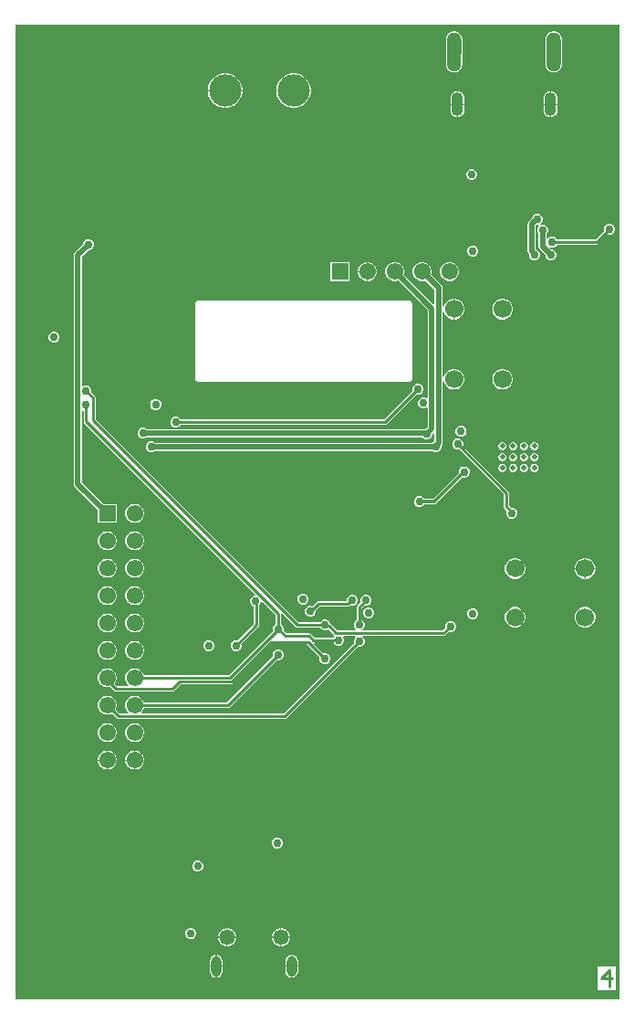
<source format=gbl>
G04*
G04 #@! TF.GenerationSoftware,Altium Limited,Altium Designer,22.5.1 (42)*
G04*
G04 Layer_Physical_Order=4*
G04 Layer_Color=16711680*
%FSLAX25Y25*%
%MOIN*%
G70*
G04*
G04 #@! TF.SameCoordinates,F96336C5-8BC0-4A74-BE74-20B5A895D5FC*
G04*
G04*
G04 #@! TF.FilePolarity,Positive*
G04*
G01*
G75*
%ADD14C,0.01000*%
%ADD25C,0.03000*%
%ADD114C,0.02000*%
%ADD116C,0.01200*%
%ADD121C,0.06693*%
%ADD122C,0.06102*%
%ADD123R,0.06102X0.06102*%
%ADD124C,0.01181*%
%ADD125O,0.04331X0.08661*%
%ADD126O,0.05118X0.10236*%
%ADD127O,0.03740X0.07480*%
%ADD128C,0.05709*%
%ADD129C,0.11811*%
%ADD130C,0.01968*%
%ADD131C,0.19685*%
G36*
X968097Y443503D02*
X747203D01*
Y799397D01*
X968097D01*
Y443503D01*
D02*
G37*
%LPC*%
G36*
X943975Y796851D02*
X943964Y796847D01*
X943953Y796851D01*
X943819Y796847D01*
X943808Y796842D01*
X943796Y796846D01*
X943662Y796836D01*
X943652Y796830D01*
X943640Y796833D01*
X943507Y796816D01*
X943497Y796810D01*
X943485Y796812D01*
X943353Y796788D01*
X943343Y796781D01*
X943331Y796783D01*
X943200Y796752D01*
X943191Y796745D01*
X943179Y796746D01*
X943050Y796708D01*
X943041Y796700D01*
X943029Y796701D01*
X942902Y796656D01*
X942893Y796648D01*
X942881D01*
X942757Y796597D01*
X942749Y796588D01*
X942737Y796588D01*
X942616Y796530D01*
X942608Y796521D01*
X942595Y796520D01*
X942478Y796456D01*
X942470Y796446D01*
X942458Y796445D01*
X942344Y796375D01*
X942337Y796365D01*
X942325Y796362D01*
X942214Y796286D01*
X942208Y796276D01*
X942196Y796273D01*
X942090Y796191D01*
X942084Y796181D01*
X942072Y796177D01*
X941970Y796090D01*
X941965Y796079D01*
X941953Y796075D01*
X941856Y795983D01*
X941851Y795972D01*
X941840Y795967D01*
X941748Y795869D01*
X941744Y795858D01*
X941733Y795853D01*
X941646Y795751D01*
X941642Y795739D01*
X941632Y795733D01*
X941550Y795627D01*
X941547Y795615D01*
X941537Y795609D01*
X941461Y795498D01*
X941458Y795486D01*
X941448Y795479D01*
X941378Y795365D01*
X941377Y795353D01*
X941367Y795345D01*
X941303Y795227D01*
X941302Y795215D01*
X941293Y795207D01*
X941235Y795086D01*
X941235Y795074D01*
X941226Y795066D01*
X941175Y794942D01*
Y794930D01*
X941167Y794921D01*
X941122Y794794D01*
X941123Y794782D01*
X941115Y794773D01*
X941077Y794644D01*
X941078Y794632D01*
X941071Y794623D01*
X941040Y794492D01*
X941042Y794480D01*
X941035Y794470D01*
X941011Y794338D01*
X941013Y794326D01*
X941007Y794316D01*
X940990Y794183D01*
X940993Y794171D01*
X940987Y794161D01*
X940977Y794027D01*
X940981Y794016D01*
X940976Y794004D01*
X940972Y793870D01*
X940974Y793865D01*
X940972Y793859D01*
Y784804D01*
X940974Y784798D01*
X940972Y784793D01*
X940976Y784659D01*
X940981Y784648D01*
X940977Y784636D01*
X940987Y784503D01*
X940993Y784492D01*
X940990Y784480D01*
X941007Y784347D01*
X941013Y784337D01*
X941011Y784325D01*
X941035Y784193D01*
X941042Y784183D01*
X941040Y784171D01*
X941071Y784041D01*
X941078Y784031D01*
X941077Y784019D01*
X941115Y783890D01*
X941123Y783881D01*
X941122Y783869D01*
X941167Y783742D01*
X941175Y783733D01*
Y783721D01*
X941226Y783598D01*
X941235Y783589D01*
X941235Y783577D01*
X941293Y783456D01*
X941302Y783448D01*
X941303Y783436D01*
X941367Y783318D01*
X941377Y783310D01*
X941378Y783298D01*
X941449Y783184D01*
X941458Y783177D01*
X941461Y783165D01*
X941537Y783055D01*
X941547Y783048D01*
X941550Y783036D01*
X941632Y782930D01*
X941642Y782924D01*
X941646Y782912D01*
X941733Y782810D01*
X941744Y782805D01*
X941748Y782794D01*
X941840Y782696D01*
X941851Y782691D01*
X941856Y782680D01*
X941953Y782588D01*
X941965Y782584D01*
X941970Y782573D01*
X942072Y782486D01*
X942084Y782482D01*
X942090Y782472D01*
X942196Y782390D01*
X942208Y782387D01*
X942214Y782377D01*
X942325Y782301D01*
X942337Y782298D01*
X942344Y782289D01*
X942458Y782219D01*
X942470Y782217D01*
X942478Y782207D01*
X942595Y782143D01*
X942608Y782142D01*
X942616Y782133D01*
X942737Y782075D01*
X942749Y782075D01*
X942757Y782066D01*
X942881Y782015D01*
X942893D01*
X942902Y782007D01*
X943029Y781962D01*
X943041Y781963D01*
X943050Y781955D01*
X943179Y781917D01*
X943191Y781918D01*
X943200Y781911D01*
X943331Y781880D01*
X943343Y781882D01*
X943353Y781875D01*
X943485Y781851D01*
X943497Y781853D01*
X943507Y781847D01*
X943640Y781830D01*
X943652Y781833D01*
X943662Y781827D01*
X943796Y781817D01*
X943808Y781821D01*
X943819Y781816D01*
X943953Y781812D01*
X943964Y781816D01*
X943975Y781812D01*
X944109Y781816D01*
X944120Y781821D01*
X944132Y781817D01*
X944265Y781827D01*
X944276Y781833D01*
X944288Y781830D01*
X944421Y781847D01*
X944431Y781853D01*
X944443Y781851D01*
X944575Y781875D01*
X944585Y781882D01*
X944597Y781880D01*
X944727Y781911D01*
X944737Y781918D01*
X944749Y781917D01*
X944878Y781955D01*
X944887Y781963D01*
X944899Y781962D01*
X945026Y782007D01*
X945035Y782015D01*
X945047D01*
X945170Y782066D01*
X945179Y782075D01*
X945191Y782075D01*
X945312Y782133D01*
X945320Y782142D01*
X945332Y782143D01*
X945450Y782207D01*
X945458Y782217D01*
X945470Y782219D01*
X945584Y782289D01*
X945591Y782298D01*
X945603Y782301D01*
X945713Y782377D01*
X945720Y782387D01*
X945732Y782390D01*
X945838Y782472D01*
X945844Y782482D01*
X945856Y782486D01*
X945957Y782573D01*
X945963Y782584D01*
X945974Y782588D01*
X946072Y782680D01*
X946076Y782691D01*
X946087Y782696D01*
X946180Y782794D01*
X946184Y782805D01*
X946195Y782810D01*
X946282Y782912D01*
X946286Y782924D01*
X946296Y782930D01*
X946378Y783036D01*
X946381Y783048D01*
X946391Y783055D01*
X946467Y783165D01*
X946469Y783177D01*
X946479Y783184D01*
X946549Y783298D01*
X946551Y783310D01*
X946561Y783318D01*
X946624Y783436D01*
X946626Y783448D01*
X946635Y783456D01*
X946692Y783577D01*
X946693Y783589D01*
X946702Y783598D01*
X946753Y783721D01*
Y783733D01*
X946761Y783742D01*
X946806Y783869D01*
X946805Y783881D01*
X946813Y783890D01*
X946851Y784019D01*
X946850Y784031D01*
X946857Y784041D01*
X946888Y784171D01*
X946886Y784183D01*
X946893Y784193D01*
X946917Y784325D01*
X946915Y784337D01*
X946921Y784347D01*
X946938Y784480D01*
X946935Y784492D01*
X946941Y784503D01*
X946951Y784636D01*
X946947Y784648D01*
X946952Y784659D01*
X946956Y784793D01*
X946954Y784798D01*
X946956Y784804D01*
Y793859D01*
X946954Y793865D01*
X946956Y793870D01*
X946952Y794004D01*
X946947Y794016D01*
X946951Y794027D01*
X946941Y794161D01*
X946935Y794171D01*
X946938Y794183D01*
X946921Y794316D01*
X946915Y794326D01*
X946917Y794338D01*
X946893Y794470D01*
X946886Y794480D01*
X946888Y794492D01*
X946857Y794623D01*
X946850Y794632D01*
X946851Y794644D01*
X946813Y794773D01*
X946805Y794782D01*
X946806Y794794D01*
X946761Y794921D01*
X946753Y794930D01*
Y794942D01*
X946702Y795066D01*
X946693Y795074D01*
X946692Y795086D01*
X946635Y795207D01*
X946626Y795215D01*
X946624Y795227D01*
X946561Y795345D01*
X946551Y795353D01*
X946549Y795365D01*
X946479Y795479D01*
X946469Y795486D01*
X946467Y795498D01*
X946391Y795609D01*
X946381Y795615D01*
X946378Y795627D01*
X946296Y795733D01*
X946286Y795739D01*
X946282Y795751D01*
X946195Y795853D01*
X946184Y795858D01*
X946180Y795869D01*
X946087Y795967D01*
X946076Y795972D01*
X946072Y795983D01*
X945974Y796075D01*
X945963Y796079D01*
X945957Y796090D01*
X945856Y796177D01*
X945844Y796181D01*
X945838Y796191D01*
X945732Y796273D01*
X945720Y796276D01*
X945713Y796286D01*
X945603Y796362D01*
X945591Y796365D01*
X945584Y796375D01*
X945470Y796445D01*
X945458Y796446D01*
X945450Y796456D01*
X945332Y796520D01*
X945320Y796521D01*
X945312Y796530D01*
X945191Y796588D01*
X945179Y796588D01*
X945170Y796597D01*
X945047Y796648D01*
X945035D01*
X945026Y796656D01*
X944899Y796701D01*
X944887Y796700D01*
X944878Y796708D01*
X944749Y796746D01*
X944737Y796745D01*
X944727Y796752D01*
X944597Y796783D01*
X944585Y796781D01*
X944575Y796788D01*
X944443Y796812D01*
X944431Y796810D01*
X944421Y796816D01*
X944288Y796833D01*
X944276Y796830D01*
X944265Y796836D01*
X944132Y796846D01*
X944120Y796842D01*
X944109Y796847D01*
X943975Y796851D01*
D02*
G37*
G36*
X907597D02*
X907586Y796847D01*
X907575Y796851D01*
X907441Y796847D01*
X907430Y796842D01*
X907418Y796846D01*
X907285Y796836D01*
X907274Y796830D01*
X907262Y796833D01*
X907129Y796816D01*
X907119Y796810D01*
X907107Y796812D01*
X906975Y796788D01*
X906965Y796781D01*
X906953Y796783D01*
X906823Y796752D01*
X906813Y796745D01*
X906801Y796746D01*
X906672Y796708D01*
X906663Y796700D01*
X906651Y796701D01*
X906524Y796656D01*
X906515Y796648D01*
X906503D01*
X906379Y796597D01*
X906371Y796588D01*
X906359Y796588D01*
X906238Y796530D01*
X906230Y796521D01*
X906218Y796520D01*
X906100Y796456D01*
X906092Y796446D01*
X906080Y796445D01*
X905966Y796375D01*
X905959Y796365D01*
X905947Y796362D01*
X905837Y796286D01*
X905830Y796276D01*
X905818Y796273D01*
X905712Y796191D01*
X905706Y796181D01*
X905694Y796177D01*
X905592Y796090D01*
X905587Y796079D01*
X905576Y796075D01*
X905478Y795983D01*
X905474Y795972D01*
X905462Y795967D01*
X905370Y795869D01*
X905366Y795858D01*
X905355Y795853D01*
X905268Y795751D01*
X905264Y795739D01*
X905254Y795733D01*
X905172Y795627D01*
X905169Y795615D01*
X905159Y795609D01*
X905083Y795498D01*
X905080Y795486D01*
X905071Y795479D01*
X905001Y795365D01*
X904999Y795353D01*
X904989Y795345D01*
X904925Y795227D01*
X904924Y795215D01*
X904915Y795207D01*
X904857Y795086D01*
X904857Y795074D01*
X904848Y795066D01*
X904797Y794942D01*
Y794930D01*
X904789Y794921D01*
X904744Y794794D01*
X904745Y794782D01*
X904737Y794773D01*
X904699Y794644D01*
X904700Y794632D01*
X904693Y794623D01*
X904662Y794492D01*
X904664Y794480D01*
X904657Y794470D01*
X904633Y794338D01*
X904635Y794326D01*
X904629Y794316D01*
X904612Y794183D01*
X904615Y794171D01*
X904609Y794161D01*
X904599Y794027D01*
X904603Y794016D01*
X904598Y794004D01*
X904594Y793870D01*
X904596Y793865D01*
X904594Y793859D01*
Y784804D01*
X904596Y784798D01*
X904594Y784793D01*
X904598Y784659D01*
X904603Y784648D01*
X904599Y784636D01*
X904609Y784503D01*
X904615Y784492D01*
X904612Y784480D01*
X904629Y784347D01*
X904635Y784337D01*
X904633Y784325D01*
X904657Y784193D01*
X904664Y784183D01*
X904662Y784171D01*
X904693Y784041D01*
X904700Y784031D01*
X904699Y784019D01*
X904737Y783890D01*
X904745Y783881D01*
X904744Y783869D01*
X904789Y783742D01*
X904797Y783733D01*
Y783721D01*
X904848Y783598D01*
X904857Y783589D01*
X904857Y783577D01*
X904915Y783456D01*
X904924Y783448D01*
X904925Y783436D01*
X904989Y783318D01*
X904999Y783310D01*
X905001Y783298D01*
X905071Y783184D01*
X905080Y783177D01*
X905083Y783165D01*
X905159Y783055D01*
X905169Y783048D01*
X905172Y783036D01*
X905254Y782930D01*
X905264Y782924D01*
X905268Y782912D01*
X905355Y782810D01*
X905366Y782805D01*
X905370Y782794D01*
X905462Y782696D01*
X905474Y782691D01*
X905478Y782680D01*
X905576Y782588D01*
X905587Y782584D01*
X905592Y782573D01*
X905694Y782486D01*
X905706Y782482D01*
X905712Y782472D01*
X905818Y782390D01*
X905830Y782387D01*
X905837Y782377D01*
X905947Y782301D01*
X905959Y782298D01*
X905966Y782289D01*
X906080Y782219D01*
X906092Y782217D01*
X906100Y782207D01*
X906218Y782143D01*
X906230Y782142D01*
X906238Y782133D01*
X906359Y782075D01*
X906371Y782075D01*
X906379Y782066D01*
X906503Y782015D01*
X906515D01*
X906524Y782007D01*
X906651Y781962D01*
X906663Y781963D01*
X906672Y781955D01*
X906801Y781917D01*
X906813Y781918D01*
X906823Y781911D01*
X906953Y781880D01*
X906965Y781882D01*
X906975Y781875D01*
X907107Y781851D01*
X907119Y781853D01*
X907129Y781847D01*
X907262Y781830D01*
X907274Y781833D01*
X907285Y781827D01*
X907418Y781817D01*
X907430Y781821D01*
X907441Y781816D01*
X907575Y781812D01*
X907586Y781816D01*
X907597Y781812D01*
X907731Y781816D01*
X907742Y781821D01*
X907754Y781817D01*
X907887Y781827D01*
X907898Y781833D01*
X907910Y781830D01*
X908043Y781847D01*
X908053Y781853D01*
X908065Y781851D01*
X908197Y781875D01*
X908207Y781882D01*
X908219Y781880D01*
X908349Y781911D01*
X908359Y781918D01*
X908371Y781917D01*
X908500Y781955D01*
X908509Y781963D01*
X908521Y781962D01*
X908648Y782007D01*
X908657Y782015D01*
X908669D01*
X908792Y782066D01*
X908801Y782075D01*
X908813Y782075D01*
X908934Y782133D01*
X908942Y782142D01*
X908954Y782143D01*
X909072Y782207D01*
X909080Y782217D01*
X909092Y782219D01*
X909206Y782289D01*
X909213Y782298D01*
X909225Y782301D01*
X909335Y782377D01*
X909342Y782387D01*
X909354Y782390D01*
X909460Y782472D01*
X909466Y782482D01*
X909478Y782486D01*
X909579Y782573D01*
X909585Y782584D01*
X909596Y782588D01*
X909694Y782680D01*
X909698Y782691D01*
X909710Y782696D01*
X909802Y782794D01*
X909806Y782805D01*
X909817Y782810D01*
X909904Y782912D01*
X909908Y782924D01*
X909918Y782930D01*
X910000Y783036D01*
X910003Y783048D01*
X910013Y783055D01*
X910089Y783165D01*
X910091Y783177D01*
X910101Y783184D01*
X910171Y783298D01*
X910173Y783310D01*
X910183Y783318D01*
X910247Y783436D01*
X910248Y783448D01*
X910257Y783456D01*
X910315Y783577D01*
X910315Y783589D01*
X910324Y783598D01*
X910375Y783721D01*
Y783733D01*
X910383Y783742D01*
X910428Y783869D01*
X910427Y783881D01*
X910435Y783890D01*
X910473Y784019D01*
X910472Y784031D01*
X910479Y784041D01*
X910510Y784171D01*
X910508Y784183D01*
X910515Y784193D01*
X910539Y784325D01*
X910537Y784337D01*
X910543Y784347D01*
X910560Y784480D01*
X910557Y784492D01*
X910563Y784503D01*
X910573Y784636D01*
X910569Y784648D01*
X910574Y784659D01*
X910578Y784793D01*
X910576Y784798D01*
X910578Y784804D01*
Y793859D01*
X910576Y793865D01*
X910578Y793870D01*
X910574Y794004D01*
X910569Y794016D01*
X910573Y794027D01*
X910563Y794161D01*
X910557Y794171D01*
X910560Y794183D01*
X910543Y794316D01*
X910537Y794326D01*
X910539Y794338D01*
X910515Y794470D01*
X910508Y794480D01*
X910510Y794492D01*
X910479Y794623D01*
X910472Y794632D01*
X910473Y794644D01*
X910435Y794773D01*
X910427Y794782D01*
X910428Y794794D01*
X910383Y794921D01*
X910375Y794930D01*
Y794942D01*
X910324Y795066D01*
X910315Y795074D01*
X910315Y795086D01*
X910257Y795207D01*
X910248Y795215D01*
X910247Y795227D01*
X910183Y795345D01*
X910173Y795353D01*
X910171Y795365D01*
X910101Y795479D01*
X910091Y795486D01*
X910089Y795498D01*
X910013Y795609D01*
X910003Y795615D01*
X910000Y795627D01*
X909918Y795733D01*
X909908Y795739D01*
X909904Y795751D01*
X909817Y795853D01*
X909806Y795858D01*
X909802Y795869D01*
X909709Y795967D01*
X909698Y795972D01*
X909694Y795983D01*
X909596Y796075D01*
X909585Y796079D01*
X909579Y796090D01*
X909478Y796177D01*
X909466Y796181D01*
X909460Y796191D01*
X909354Y796273D01*
X909342Y796276D01*
X909335Y796286D01*
X909225Y796362D01*
X909213Y796365D01*
X909206Y796375D01*
X909092Y796445D01*
X909080Y796446D01*
X909072Y796456D01*
X908954Y796520D01*
X908942Y796521D01*
X908934Y796530D01*
X908813Y796588D01*
X908801Y796588D01*
X908792Y796597D01*
X908669Y796648D01*
X908657D01*
X908648Y796656D01*
X908521Y796701D01*
X908509Y796700D01*
X908500Y796708D01*
X908371Y796746D01*
X908359Y796745D01*
X908349Y796752D01*
X908219Y796783D01*
X908207Y796781D01*
X908197Y796788D01*
X908065Y796812D01*
X908053Y796810D01*
X908043Y796816D01*
X907910Y796833D01*
X907898Y796830D01*
X907887Y796836D01*
X907754Y796846D01*
X907742Y796842D01*
X907731Y796847D01*
X907597Y796851D01*
D02*
G37*
G36*
X824521Y781506D02*
X824100D01*
Y775400D01*
X830206D01*
Y775821D01*
X829963Y777039D01*
X829488Y778187D01*
X828798Y779220D01*
X827920Y780098D01*
X826887Y780788D01*
X825739Y781263D01*
X824521Y781506D01*
D02*
G37*
G36*
X823700D02*
X823279D01*
X822061Y781263D01*
X820913Y780788D01*
X819880Y780098D01*
X819002Y779220D01*
X818312Y778187D01*
X817837Y777039D01*
X817595Y775821D01*
Y775400D01*
X823700D01*
Y781506D01*
D02*
G37*
G36*
X942983Y774924D02*
Y770398D01*
X945370D01*
Y772363D01*
X945282Y773033D01*
X945024Y773657D01*
X944612Y774193D01*
X944077Y774604D01*
X943452Y774862D01*
X942983Y774924D01*
D02*
G37*
G36*
X942583D02*
X942113Y774862D01*
X941489Y774604D01*
X940953Y774193D01*
X940542Y773657D01*
X940283Y773033D01*
X940195Y772363D01*
Y770398D01*
X942583D01*
Y774924D01*
D02*
G37*
G36*
X908967D02*
Y770398D01*
X911355D01*
Y772363D01*
X911266Y773033D01*
X911008Y773657D01*
X910597Y774193D01*
X910061Y774604D01*
X909437Y774862D01*
X908967Y774924D01*
D02*
G37*
G36*
X908567D02*
X908097Y774862D01*
X907473Y774604D01*
X906937Y774193D01*
X906526Y773657D01*
X906268Y773033D01*
X906180Y772363D01*
Y770398D01*
X908567D01*
Y774924D01*
D02*
G37*
G36*
X849521Y781506D02*
X848279D01*
X847061Y781263D01*
X845913Y780788D01*
X844880Y780098D01*
X844002Y779220D01*
X843312Y778187D01*
X842837Y777039D01*
X842595Y775821D01*
Y774579D01*
X842837Y773361D01*
X843312Y772213D01*
X844002Y771180D01*
X844880Y770302D01*
X845913Y769612D01*
X847061Y769137D01*
X848279Y768894D01*
X849521D01*
X850739Y769137D01*
X851887Y769612D01*
X852920Y770302D01*
X853798Y771180D01*
X854488Y772213D01*
X854963Y773361D01*
X855206Y774579D01*
Y775821D01*
X854963Y777039D01*
X854488Y778187D01*
X853798Y779220D01*
X852920Y780098D01*
X851887Y780788D01*
X850739Y781263D01*
X849521Y781506D01*
D02*
G37*
G36*
X830206Y775000D02*
X824100D01*
Y768894D01*
X824521D01*
X825739Y769137D01*
X826887Y769612D01*
X827920Y770302D01*
X828798Y771180D01*
X829488Y772213D01*
X829963Y773361D01*
X830206Y774579D01*
Y775000D01*
D02*
G37*
G36*
X823700D02*
X817595D01*
Y774579D01*
X817837Y773361D01*
X818312Y772213D01*
X819002Y771180D01*
X819880Y770302D01*
X820913Y769612D01*
X822061Y769137D01*
X823279Y768894D01*
X823700D01*
Y775000D01*
D02*
G37*
G36*
X908567Y769998D02*
X906180D01*
Y768032D01*
X906268Y767363D01*
X906526Y766739D01*
X906937Y766203D01*
X907473Y765792D01*
X908097Y765533D01*
X908567Y765471D01*
Y769998D01*
D02*
G37*
G36*
X945370Y769998D02*
X942983D01*
Y765471D01*
X943452Y765533D01*
X944077Y765792D01*
X944612Y766203D01*
X945024Y766739D01*
X945282Y767363D01*
X945370Y768032D01*
Y769998D01*
D02*
G37*
G36*
X942583D02*
X940195D01*
Y768032D01*
X940283Y767363D01*
X940542Y766739D01*
X940953Y766203D01*
X941489Y765792D01*
X942113Y765533D01*
X942583Y765471D01*
Y769998D01*
D02*
G37*
G36*
X911355Y769998D02*
X908967D01*
Y765471D01*
X909437Y765533D01*
X910061Y765792D01*
X910597Y766203D01*
X911008Y766739D01*
X911266Y767363D01*
X911355Y768032D01*
Y769998D01*
D02*
G37*
G36*
X914384Y746574D02*
X913589D01*
X912854Y746270D01*
X912291Y745707D01*
X911987Y744972D01*
Y744176D01*
X912291Y743441D01*
X912854Y742878D01*
X913589Y742574D01*
X914384D01*
X915119Y742878D01*
X915682Y743441D01*
X915987Y744176D01*
Y744972D01*
X915682Y745707D01*
X915119Y746270D01*
X914384Y746574D01*
D02*
G37*
G36*
X938298Y730200D02*
X937502D01*
X936767Y729896D01*
X936205Y729333D01*
X935900Y728598D01*
Y728547D01*
X934891Y727538D01*
X934581Y727075D01*
X934473Y726529D01*
X934473Y726528D01*
Y716471D01*
X934473Y716471D01*
X934581Y715924D01*
X934891Y715461D01*
X934900Y715452D01*
Y714802D01*
X935205Y714067D01*
X935767Y713505D01*
X936502Y713200D01*
X937298D01*
X938033Y713505D01*
X938596Y714067D01*
X938900Y714802D01*
Y715598D01*
X938596Y716333D01*
X938033Y716896D01*
X937327Y717188D01*
Y725937D01*
X937590Y726200D01*
X938298D01*
X938412Y726247D01*
X938695Y725823D01*
X938204Y725333D01*
X937900Y724598D01*
Y723802D01*
X938204Y723067D01*
X938473Y722799D01*
Y718200D01*
X938473Y718200D01*
X938581Y717654D01*
X938891Y717191D01*
X940900Y715181D01*
Y714802D01*
X941204Y714067D01*
X941767Y713505D01*
X942502Y713200D01*
X943298D01*
X944033Y713505D01*
X944596Y714067D01*
X944900Y714802D01*
Y715598D01*
X944596Y716333D01*
X944033Y716896D01*
X943298Y717200D01*
X942919D01*
X942427Y717692D01*
X942710Y718115D01*
X943091Y717958D01*
X943886D01*
X944621Y718262D01*
X945184Y718825D01*
X945273Y719040D01*
X959658D01*
X960009Y719110D01*
X960307Y719309D01*
X963787Y722789D01*
X964002Y722700D01*
X964798D01*
X965533Y723004D01*
X966096Y723567D01*
X966400Y724302D01*
Y725098D01*
X966096Y725833D01*
X965533Y726396D01*
X964798Y726700D01*
X964002D01*
X963267Y726396D01*
X962704Y725833D01*
X962400Y725098D01*
Y724302D01*
X962489Y724087D01*
X959278Y720876D01*
X945273D01*
X945184Y721091D01*
X944621Y721653D01*
X943886Y721958D01*
X943091D01*
X942356Y721653D01*
X941827Y721125D01*
X941665Y721141D01*
X941327Y721274D01*
Y722799D01*
X941596Y723067D01*
X941900Y723802D01*
Y724598D01*
X941596Y725333D01*
X941033Y725896D01*
X940298Y726200D01*
X939502D01*
X939388Y726153D01*
X939105Y726577D01*
X939596Y727067D01*
X939900Y727802D01*
Y728598D01*
X939596Y729333D01*
X939033Y729896D01*
X938298Y730200D01*
D02*
G37*
G36*
X914880Y718700D02*
X914084D01*
X913349Y718396D01*
X912786Y717833D01*
X912482Y717098D01*
Y716302D01*
X912786Y715567D01*
X913349Y715004D01*
X914084Y714700D01*
X914880D01*
X915615Y715004D01*
X916177Y715567D01*
X916482Y716302D01*
Y717098D01*
X916177Y717833D01*
X915615Y718396D01*
X914880Y718700D01*
D02*
G37*
G36*
X876354Y712651D02*
X876100D01*
Y709400D01*
X879351D01*
Y709654D01*
X879116Y710532D01*
X878662Y711319D01*
X878019Y711962D01*
X877232Y712416D01*
X876354Y712651D01*
D02*
G37*
G36*
X875700D02*
X875446D01*
X874568Y712416D01*
X873781Y711962D01*
X873138Y711319D01*
X872684Y710532D01*
X872449Y709654D01*
Y709400D01*
X875700D01*
Y712651D01*
D02*
G37*
G36*
X906354D02*
X905446D01*
X904568Y712416D01*
X903781Y711962D01*
X903138Y711319D01*
X902684Y710532D01*
X902449Y709654D01*
Y708746D01*
X902684Y707868D01*
X903138Y707081D01*
X903781Y706438D01*
X904568Y705984D01*
X905446Y705749D01*
X906354D01*
X907232Y705984D01*
X908019Y706438D01*
X908662Y707081D01*
X909116Y707868D01*
X909351Y708746D01*
Y709654D01*
X909116Y710532D01*
X908662Y711319D01*
X908019Y711962D01*
X907232Y712416D01*
X906354Y712651D01*
D02*
G37*
G36*
X879351Y709000D02*
X876100D01*
Y705749D01*
X876354D01*
X877232Y705984D01*
X878019Y706438D01*
X878662Y707081D01*
X879116Y707868D01*
X879351Y708746D01*
Y709000D01*
D02*
G37*
G36*
X875700D02*
X872449D01*
Y708746D01*
X872684Y707868D01*
X873138Y707081D01*
X873781Y706438D01*
X874568Y705984D01*
X875446Y705749D01*
X875700D01*
Y709000D01*
D02*
G37*
G36*
X869351Y712651D02*
X862449D01*
Y705749D01*
X869351D01*
Y712651D01*
D02*
G37*
G36*
X896354D02*
X895446D01*
X894568Y712416D01*
X893781Y711962D01*
X893138Y711319D01*
X892684Y710532D01*
X892449Y709654D01*
Y708746D01*
X892684Y707868D01*
X893138Y707081D01*
X893781Y706438D01*
X894568Y705984D01*
X895446Y705749D01*
X896354D01*
X897126Y705956D01*
X900473Y702609D01*
Y697353D01*
X899973Y697146D01*
X889145Y707974D01*
X889351Y708746D01*
Y709654D01*
X889116Y710532D01*
X888662Y711319D01*
X888019Y711962D01*
X887232Y712416D01*
X886354Y712651D01*
X885446D01*
X884568Y712416D01*
X883781Y711962D01*
X883138Y711319D01*
X882684Y710532D01*
X882449Y709654D01*
Y708746D01*
X882684Y707868D01*
X883138Y707081D01*
X883781Y706438D01*
X884568Y705984D01*
X885446Y705749D01*
X886354D01*
X887126Y705956D01*
X897973Y695109D01*
Y663109D01*
X897473Y662921D01*
X896798Y663200D01*
X896002D01*
X895267Y662896D01*
X894705Y662333D01*
X894400Y661598D01*
Y660802D01*
X894705Y660067D01*
X895267Y659505D01*
X896002Y659200D01*
X896798D01*
X897473Y659480D01*
X897973Y659291D01*
Y652463D01*
X897412Y651902D01*
X897204D01*
X896521Y651619D01*
X795310D01*
X795042Y651887D01*
X794307Y652191D01*
X793511D01*
X792776Y651887D01*
X792213Y651324D01*
X791909Y650589D01*
Y649794D01*
X792213Y649058D01*
X792776Y648496D01*
X793511Y648191D01*
X794307D01*
X795042Y648496D01*
X795310Y648764D01*
X895912D01*
X896469Y648206D01*
X897204Y647902D01*
X898000D01*
X898735Y648206D01*
X899298Y648769D01*
X899602Y649504D01*
Y650055D01*
X899973Y650425D01*
X900473Y650218D01*
Y647188D01*
X899767Y646896D01*
X899495Y646623D01*
X798305D01*
X798042Y646887D01*
X797306Y647191D01*
X796511D01*
X795776Y646887D01*
X795213Y646324D01*
X794909Y645589D01*
Y644794D01*
X795213Y644059D01*
X795776Y643496D01*
X796511Y643191D01*
X797306D01*
X798042Y643496D01*
X798314Y643768D01*
X899503D01*
X899767Y643504D01*
X900502Y643200D01*
X901298D01*
X902033Y643504D01*
X902596Y644067D01*
X902900Y644802D01*
Y645452D01*
X902909Y645461D01*
X902909Y645461D01*
X903219Y645924D01*
X903327Y646471D01*
Y669226D01*
X903827Y669292D01*
X904051Y668459D01*
X904544Y667604D01*
X905241Y666907D01*
X906096Y666414D01*
X907049Y666158D01*
X908035D01*
X908988Y666414D01*
X909842Y666907D01*
X910540Y667604D01*
X911033Y668459D01*
X911288Y669412D01*
Y670398D01*
X911033Y671351D01*
X910540Y672205D01*
X909842Y672903D01*
X908988Y673396D01*
X908035Y673651D01*
X907049D01*
X906096Y673396D01*
X905241Y672903D01*
X904544Y672205D01*
X904051Y671351D01*
X903827Y670518D01*
X903327Y670584D01*
Y694816D01*
X903827Y694882D01*
X904051Y694049D01*
X904544Y693195D01*
X905241Y692497D01*
X906096Y692004D01*
X907049Y691749D01*
X907342D01*
Y695495D01*
Y699242D01*
X907049D01*
X906096Y698986D01*
X905241Y698493D01*
X904544Y697796D01*
X904051Y696941D01*
X903827Y696109D01*
X903327Y696174D01*
Y703200D01*
X903327Y703200D01*
X903219Y703746D01*
X902909Y704209D01*
X902909Y704209D01*
X899144Y707974D01*
X899351Y708746D01*
Y709654D01*
X899116Y710532D01*
X898662Y711319D01*
X898019Y711962D01*
X897232Y712416D01*
X896354Y712651D01*
D02*
G37*
G36*
X908035Y699242D02*
X907742D01*
Y695695D01*
X911288D01*
Y695989D01*
X911033Y696941D01*
X910540Y697796D01*
X909842Y698493D01*
X908988Y698986D01*
X908035Y699242D01*
D02*
G37*
G36*
X925751D02*
X924765D01*
X923812Y698986D01*
X922958Y698493D01*
X922260Y697796D01*
X921767Y696941D01*
X921512Y695989D01*
Y695002D01*
X921767Y694049D01*
X922260Y693195D01*
X922958Y692497D01*
X923812Y692004D01*
X924765Y691749D01*
X925751D01*
X926704Y692004D01*
X927559Y692497D01*
X928256Y693195D01*
X928749Y694049D01*
X929005Y695002D01*
Y695989D01*
X928749Y696941D01*
X928256Y697796D01*
X927559Y698493D01*
X926704Y698986D01*
X925751Y699242D01*
D02*
G37*
G36*
X911288Y695295D02*
X907742D01*
Y691749D01*
X908035D01*
X908988Y692004D01*
X909842Y692497D01*
X910540Y693195D01*
X911033Y694049D01*
X911288Y695002D01*
Y695295D01*
D02*
G37*
G36*
X761798Y687200D02*
X761002D01*
X760267Y686896D01*
X759704Y686333D01*
X759400Y685598D01*
Y684802D01*
X759704Y684067D01*
X760267Y683504D01*
X761002Y683200D01*
X761798D01*
X762533Y683504D01*
X763096Y684067D01*
X763400Y684802D01*
Y685598D01*
X763096Y686333D01*
X762533Y686896D01*
X761798Y687200D01*
D02*
G37*
G36*
X891400Y698503D02*
X813900D01*
X813593Y698442D01*
X813332Y698268D01*
X813158Y698007D01*
X813097Y697700D01*
Y669894D01*
X813158Y669587D01*
X813332Y669326D01*
X813593Y669152D01*
X813900Y669091D01*
X891400D01*
X891707Y669152D01*
X891968Y669326D01*
X892142Y669587D01*
X892203Y669894D01*
Y697700D01*
X892142Y698007D01*
X891968Y698268D01*
X891707Y698442D01*
X891400Y698503D01*
D02*
G37*
G36*
X925751Y673651D02*
X924765D01*
X923812Y673396D01*
X922958Y672903D01*
X922260Y672205D01*
X921767Y671351D01*
X921512Y670398D01*
Y669412D01*
X921767Y668459D01*
X922260Y667604D01*
X922958Y666907D01*
X923812Y666414D01*
X924765Y666158D01*
X925751D01*
X926704Y666414D01*
X927559Y666907D01*
X928256Y667604D01*
X928749Y668459D01*
X929005Y669412D01*
Y670398D01*
X928749Y671351D01*
X928256Y672205D01*
X927559Y672903D01*
X926704Y673396D01*
X925751Y673651D01*
D02*
G37*
G36*
X894798Y668200D02*
X894002D01*
X893267Y667896D01*
X892704Y667333D01*
X892400Y666598D01*
Y665802D01*
X892489Y665587D01*
X882020Y655118D01*
X807685D01*
X807596Y655333D01*
X807033Y655896D01*
X806298Y656200D01*
X805502D01*
X804767Y655896D01*
X804204Y655333D01*
X803900Y654598D01*
Y653802D01*
X804204Y653067D01*
X804767Y652504D01*
X805502Y652200D01*
X806298D01*
X807033Y652504D01*
X807596Y653067D01*
X807685Y653282D01*
X882400D01*
X882751Y653352D01*
X883049Y653551D01*
X893787Y664289D01*
X894002Y664200D01*
X894798D01*
X895533Y664504D01*
X896096Y665067D01*
X896400Y665802D01*
Y666598D01*
X896096Y667333D01*
X895533Y667896D01*
X894798Y668200D01*
D02*
G37*
G36*
X798937Y662727D02*
X798141D01*
X797406Y662423D01*
X796843Y661860D01*
X796539Y661125D01*
Y660330D01*
X796843Y659594D01*
X797406Y659032D01*
X798141Y658728D01*
X798937D01*
X799672Y659032D01*
X800235Y659594D01*
X800539Y660330D01*
Y661125D01*
X800235Y661860D01*
X799672Y662423D01*
X798937Y662727D01*
D02*
G37*
G36*
X910561Y652846D02*
X909766D01*
X909031Y652542D01*
X908468Y651979D01*
X908163Y651244D01*
Y650449D01*
X908468Y649714D01*
X909031Y649151D01*
X909766Y648846D01*
X910561D01*
X911296Y649151D01*
X911859Y649714D01*
X912163Y650449D01*
Y651244D01*
X911859Y651979D01*
X911296Y652542D01*
X910561Y652846D01*
D02*
G37*
G36*
X937285Y646928D02*
X936694D01*
X936149Y646702D01*
X935731Y646285D01*
X935505Y645739D01*
Y645149D01*
X935731Y644603D01*
X936149Y644186D01*
X936694Y643960D01*
X937285D01*
X937830Y644186D01*
X938248Y644603D01*
X938474Y645149D01*
Y645739D01*
X938248Y646285D01*
X937830Y646702D01*
X937285Y646928D01*
D02*
G37*
G36*
X933348D02*
X932757D01*
X932212Y646702D01*
X931794Y646285D01*
X931568Y645739D01*
Y645149D01*
X931794Y644603D01*
X932212Y644186D01*
X932757Y643960D01*
X933348D01*
X933893Y644186D01*
X934311Y644603D01*
X934537Y645149D01*
Y645739D01*
X934311Y646285D01*
X933893Y646702D01*
X933348Y646928D01*
D02*
G37*
G36*
X929411D02*
X928820D01*
X928275Y646702D01*
X927857Y646285D01*
X927631Y645739D01*
Y645149D01*
X927857Y644603D01*
X928275Y644186D01*
X928820Y643960D01*
X929411D01*
X929956Y644186D01*
X930374Y644603D01*
X930600Y645149D01*
Y645739D01*
X930374Y646285D01*
X929956Y646702D01*
X929411Y646928D01*
D02*
G37*
G36*
X925474D02*
X924883D01*
X924338Y646702D01*
X923920Y646285D01*
X923694Y645739D01*
Y645149D01*
X923920Y644603D01*
X924338Y644186D01*
X924883Y643960D01*
X925474D01*
X926019Y644186D01*
X926437Y644603D01*
X926663Y645149D01*
Y645739D01*
X926437Y646285D01*
X926019Y646702D01*
X925474Y646928D01*
D02*
G37*
G36*
X937285Y642991D02*
X936694D01*
X936149Y642765D01*
X935731Y642348D01*
X935505Y641802D01*
Y641212D01*
X935731Y640666D01*
X936149Y640249D01*
X936694Y640023D01*
X937285D01*
X937830Y640249D01*
X938248Y640666D01*
X938474Y641212D01*
Y641802D01*
X938248Y642348D01*
X937830Y642765D01*
X937285Y642991D01*
D02*
G37*
G36*
X933348D02*
X932757D01*
X932212Y642765D01*
X931794Y642348D01*
X931568Y641802D01*
Y641212D01*
X931794Y640666D01*
X932212Y640249D01*
X932757Y640023D01*
X933348D01*
X933893Y640249D01*
X934311Y640666D01*
X934537Y641212D01*
Y641802D01*
X934311Y642348D01*
X933893Y642765D01*
X933348Y642991D01*
D02*
G37*
G36*
X929411D02*
X928820D01*
X928275Y642765D01*
X927857Y642348D01*
X927631Y641802D01*
Y641212D01*
X927857Y640666D01*
X928275Y640249D01*
X928820Y640023D01*
X929411D01*
X929956Y640249D01*
X930374Y640666D01*
X930600Y641212D01*
Y641802D01*
X930374Y642348D01*
X929956Y642765D01*
X929411Y642991D01*
D02*
G37*
G36*
X925474D02*
X924883D01*
X924338Y642765D01*
X923920Y642348D01*
X923694Y641802D01*
Y641212D01*
X923920Y640666D01*
X924338Y640249D01*
X924883Y640023D01*
X925474D01*
X926019Y640249D01*
X926437Y640666D01*
X926663Y641212D01*
Y641802D01*
X926437Y642348D01*
X926019Y642765D01*
X925474Y642991D01*
D02*
G37*
G36*
X937285Y639054D02*
X936694D01*
X936149Y638828D01*
X935731Y638411D01*
X935505Y637865D01*
Y637275D01*
X935731Y636729D01*
X936149Y636312D01*
X936694Y636086D01*
X937285D01*
X937830Y636312D01*
X938248Y636729D01*
X938474Y637275D01*
Y637865D01*
X938248Y638411D01*
X937830Y638828D01*
X937285Y639054D01*
D02*
G37*
G36*
X933348D02*
X932757D01*
X932212Y638828D01*
X931794Y638411D01*
X931568Y637865D01*
Y637275D01*
X931794Y636729D01*
X932212Y636312D01*
X932757Y636086D01*
X933348D01*
X933893Y636312D01*
X934311Y636729D01*
X934537Y637275D01*
Y637865D01*
X934311Y638411D01*
X933893Y638828D01*
X933348Y639054D01*
D02*
G37*
G36*
X929411D02*
X928820D01*
X928275Y638828D01*
X927857Y638411D01*
X927631Y637865D01*
Y637275D01*
X927857Y636729D01*
X928275Y636312D01*
X928820Y636086D01*
X929411D01*
X929956Y636312D01*
X930374Y636729D01*
X930600Y637275D01*
Y637865D01*
X930374Y638411D01*
X929956Y638828D01*
X929411Y639054D01*
D02*
G37*
G36*
X925474D02*
X924883D01*
X924338Y638828D01*
X923920Y638411D01*
X923694Y637865D01*
Y637275D01*
X923920Y636729D01*
X924338Y636312D01*
X924883Y636086D01*
X925474D01*
X926019Y636312D01*
X926437Y636729D01*
X926663Y637275D01*
Y637865D01*
X926437Y638411D01*
X926019Y638828D01*
X925474Y639054D01*
D02*
G37*
G36*
X911670Y638078D02*
X910875D01*
X910140Y637773D01*
X909577Y637211D01*
X909273Y636476D01*
Y635680D01*
X909319Y635567D01*
X900715Y626962D01*
X899973Y626220D01*
X896642D01*
X896596Y626333D01*
X896033Y626896D01*
X895298Y627200D01*
X894502D01*
X893767Y626896D01*
X893204Y626333D01*
X892900Y625598D01*
Y624802D01*
X893204Y624067D01*
X893767Y623504D01*
X894502Y623200D01*
X895298D01*
X896033Y623504D01*
X896596Y624067D01*
X896642Y624181D01*
X900395D01*
X900785Y624258D01*
X901116Y624479D01*
X902157Y625520D01*
X910761Y634125D01*
X910875Y634078D01*
X911670D01*
X912405Y634382D01*
X912968Y634945D01*
X913273Y635680D01*
Y636476D01*
X912968Y637211D01*
X912405Y637773D01*
X911670Y638078D01*
D02*
G37*
G36*
X909298Y648200D02*
X908502D01*
X907767Y647896D01*
X907205Y647333D01*
X906900Y646598D01*
Y645802D01*
X907205Y645067D01*
X907767Y644504D01*
X908502Y644200D01*
X909298D01*
X909513Y644289D01*
X925799Y628004D01*
Y623410D01*
X925868Y623058D01*
X926067Y622761D01*
X926788Y622040D01*
X926540Y621442D01*
Y620646D01*
X926845Y619911D01*
X927407Y619349D01*
X928143Y619044D01*
X928938D01*
X929673Y619349D01*
X930236Y619911D01*
X930540Y620646D01*
Y621442D01*
X930236Y622177D01*
X929673Y622740D01*
X928938Y623044D01*
X928379D01*
X927634Y623790D01*
Y628384D01*
X927564Y628735D01*
X927365Y629033D01*
X910811Y645587D01*
X910900Y645802D01*
Y646598D01*
X910596Y647333D01*
X910033Y647896D01*
X909298Y648200D01*
D02*
G37*
G36*
X791354Y624351D02*
X790446D01*
X789568Y624116D01*
X788781Y623662D01*
X788138Y623019D01*
X787684Y622232D01*
X787449Y621354D01*
Y620446D01*
X787684Y619568D01*
X788138Y618781D01*
X788781Y618138D01*
X789568Y617684D01*
X790446Y617449D01*
X791354D01*
X792232Y617684D01*
X793019Y618138D01*
X793662Y618781D01*
X794116Y619568D01*
X794351Y620446D01*
Y621354D01*
X794116Y622232D01*
X793662Y623019D01*
X793019Y623662D01*
X792232Y624116D01*
X791354Y624351D01*
D02*
G37*
G36*
Y614351D02*
X790446D01*
X789568Y614116D01*
X788781Y613662D01*
X788138Y613019D01*
X787684Y612232D01*
X787449Y611354D01*
Y610446D01*
X787684Y609568D01*
X788138Y608781D01*
X788781Y608138D01*
X789568Y607684D01*
X790446Y607449D01*
X791354D01*
X792232Y607684D01*
X793019Y608138D01*
X793662Y608781D01*
X794116Y609568D01*
X794351Y610446D01*
Y611354D01*
X794116Y612232D01*
X793662Y613019D01*
X793019Y613662D01*
X792232Y614116D01*
X791354Y614351D01*
D02*
G37*
G36*
X781354D02*
X780446D01*
X779568Y614116D01*
X778781Y613662D01*
X778138Y613019D01*
X777684Y612232D01*
X777449Y611354D01*
Y610446D01*
X777684Y609568D01*
X778138Y608781D01*
X778781Y608138D01*
X779568Y607684D01*
X780446Y607449D01*
X781354D01*
X782232Y607684D01*
X783019Y608138D01*
X783662Y608781D01*
X784116Y609568D01*
X784351Y610446D01*
Y611354D01*
X784116Y612232D01*
X783662Y613019D01*
X783019Y613662D01*
X782232Y614116D01*
X781354Y614351D01*
D02*
G37*
G36*
X955930Y604541D02*
X955636D01*
Y600994D01*
X959183D01*
Y601288D01*
X958928Y602241D01*
X958434Y603095D01*
X957737Y603792D01*
X956882Y604286D01*
X955930Y604541D01*
D02*
G37*
G36*
X955236D02*
X954943D01*
X953990Y604286D01*
X953136Y603792D01*
X952438Y603095D01*
X951945Y602241D01*
X951690Y601288D01*
Y600994D01*
X955236D01*
Y604541D01*
D02*
G37*
G36*
X791354Y604351D02*
X790446D01*
X789568Y604116D01*
X788781Y603662D01*
X788138Y603019D01*
X787684Y602232D01*
X787449Y601354D01*
Y600446D01*
X787684Y599568D01*
X788138Y598781D01*
X788781Y598138D01*
X789568Y597684D01*
X790446Y597449D01*
X791354D01*
X792232Y597684D01*
X793019Y598138D01*
X793662Y598781D01*
X794116Y599568D01*
X794351Y600446D01*
Y601354D01*
X794116Y602232D01*
X793662Y603019D01*
X793019Y603662D01*
X792232Y604116D01*
X791354Y604351D01*
D02*
G37*
G36*
X781354D02*
X780446D01*
X779568Y604116D01*
X778781Y603662D01*
X778138Y603019D01*
X777684Y602232D01*
X777449Y601354D01*
Y600446D01*
X777684Y599568D01*
X778138Y598781D01*
X778781Y598138D01*
X779568Y597684D01*
X780446Y597449D01*
X781354D01*
X782232Y597684D01*
X783019Y598138D01*
X783662Y598781D01*
X784116Y599568D01*
X784351Y600446D01*
Y601354D01*
X784116Y602232D01*
X783662Y603019D01*
X783019Y603662D01*
X782232Y604116D01*
X781354Y604351D01*
D02*
G37*
G36*
X959183Y600594D02*
X955636D01*
Y597048D01*
X955930D01*
X956882Y597303D01*
X957737Y597796D01*
X958434Y598494D01*
X958928Y599348D01*
X959183Y600301D01*
Y600594D01*
D02*
G37*
G36*
X955236D02*
X951690D01*
Y600301D01*
X951945Y599348D01*
X952438Y598494D01*
X953136Y597796D01*
X953990Y597303D01*
X954943Y597048D01*
X955236D01*
Y600594D01*
D02*
G37*
G36*
X930339Y604541D02*
X929352D01*
X928400Y604286D01*
X927545Y603792D01*
X926848Y603095D01*
X926355Y602241D01*
X926099Y601288D01*
Y600301D01*
X926355Y599348D01*
X926848Y598494D01*
X927545Y597796D01*
X928400Y597303D01*
X929352Y597048D01*
X930339D01*
X931292Y597303D01*
X932146Y597796D01*
X932844Y598494D01*
X933337Y599348D01*
X933592Y600301D01*
Y601288D01*
X933337Y602241D01*
X932844Y603095D01*
X932146Y603792D01*
X931292Y604286D01*
X930339Y604541D01*
D02*
G37*
G36*
X852798Y591700D02*
X852002D01*
X851267Y591396D01*
X850704Y590833D01*
X850400Y590098D01*
Y589302D01*
X850704Y588567D01*
X851267Y588004D01*
X852002Y587700D01*
X852798D01*
X853533Y588004D01*
X854096Y588567D01*
X854400Y589302D01*
Y590098D01*
X854096Y590833D01*
X853533Y591396D01*
X852798Y591700D01*
D02*
G37*
G36*
X791354Y594351D02*
X790446D01*
X789568Y594116D01*
X788781Y593662D01*
X788138Y593019D01*
X787684Y592232D01*
X787449Y591354D01*
Y590446D01*
X787684Y589568D01*
X788138Y588781D01*
X788781Y588138D01*
X789568Y587684D01*
X790446Y587449D01*
X791354D01*
X792232Y587684D01*
X793019Y588138D01*
X793662Y588781D01*
X794116Y589568D01*
X794351Y590446D01*
Y591354D01*
X794116Y592232D01*
X793662Y593019D01*
X793019Y593662D01*
X792232Y594116D01*
X791354Y594351D01*
D02*
G37*
G36*
X781354D02*
X780446D01*
X779568Y594116D01*
X778781Y593662D01*
X778138Y593019D01*
X777684Y592232D01*
X777449Y591354D01*
Y590446D01*
X777684Y589568D01*
X778138Y588781D01*
X778781Y588138D01*
X779568Y587684D01*
X780446Y587449D01*
X781354D01*
X782232Y587684D01*
X783019Y588138D01*
X783662Y588781D01*
X784116Y589568D01*
X784351Y590446D01*
Y591354D01*
X784116Y592232D01*
X783662Y593019D01*
X783019Y593662D01*
X782232Y594116D01*
X781354Y594351D01*
D02*
G37*
G36*
X774298Y721070D02*
X773502D01*
X772767Y720766D01*
X772205Y720203D01*
X771900Y719468D01*
Y719089D01*
X769118Y716306D01*
X768808Y715843D01*
X768700Y715297D01*
X768700Y715297D01*
Y631673D01*
X768700Y631673D01*
X768808Y631127D01*
X769118Y630664D01*
X777449Y622332D01*
Y617449D01*
X784351D01*
Y624351D01*
X779468D01*
X771555Y632264D01*
Y658368D01*
X772054Y658631D01*
X772209Y658524D01*
Y654473D01*
X772279Y654122D01*
X772478Y653824D01*
X834908Y591394D01*
X834684Y590911D01*
X833999Y590628D01*
X833437Y590065D01*
X833132Y589330D01*
Y588534D01*
X833437Y587799D01*
X833999Y587237D01*
X834480Y587038D01*
Y580578D01*
X828513Y574611D01*
X828298Y574700D01*
X827502D01*
X826767Y574396D01*
X826204Y573833D01*
X825900Y573098D01*
Y572302D01*
X826204Y571567D01*
X826767Y571004D01*
X827502Y570700D01*
X828298D01*
X829033Y571004D01*
X829596Y571567D01*
X829900Y572302D01*
Y573098D01*
X829811Y573313D01*
X836047Y579549D01*
X836246Y579847D01*
X836316Y580198D01*
Y587287D01*
X836828Y587799D01*
X837111Y588484D01*
X837594Y588708D01*
X842482Y583820D01*
Y580485D01*
X842267Y580396D01*
X841704Y579833D01*
X841400Y579098D01*
Y578302D01*
X841489Y578087D01*
X825220Y561818D01*
X794227D01*
X794116Y562232D01*
X793662Y563019D01*
X793019Y563662D01*
X792232Y564116D01*
X791354Y564351D01*
X790446D01*
X789568Y564116D01*
X788781Y563662D01*
X788138Y563019D01*
X787684Y562232D01*
X787449Y561354D01*
Y560446D01*
X787684Y559568D01*
X788138Y558781D01*
X788553Y558366D01*
X788346Y557866D01*
X784252D01*
X783499Y558619D01*
X783662Y558781D01*
X784116Y559568D01*
X784351Y560446D01*
Y561354D01*
X784116Y562232D01*
X783662Y563019D01*
X783019Y563662D01*
X782232Y564116D01*
X781354Y564351D01*
X780446D01*
X779568Y564116D01*
X778781Y563662D01*
X778138Y563019D01*
X777684Y562232D01*
X777449Y561354D01*
Y560446D01*
X777684Y559568D01*
X778138Y558781D01*
X778781Y558138D01*
X779568Y557684D01*
X780446Y557449D01*
X781354D01*
X781922Y557601D01*
X783223Y556300D01*
X783521Y556101D01*
X783872Y556031D01*
X804690D01*
X805041Y556101D01*
X805339Y556300D01*
X807622Y558582D01*
X826180D01*
X826531Y558652D01*
X826829Y558851D01*
X841147Y573169D01*
X853833D01*
X858489Y568513D01*
X858400Y568298D01*
Y567502D01*
X858704Y566767D01*
X859267Y566205D01*
X860002Y565900D01*
X860798D01*
X861533Y566205D01*
X862096Y566767D01*
X862400Y567502D01*
Y568298D01*
X862096Y569033D01*
X861533Y569596D01*
X860798Y569900D01*
X860002D01*
X859787Y569811D01*
X856315Y573282D01*
X856522Y573782D01*
X863615D01*
X863704Y573567D01*
X864267Y573004D01*
X865002Y572700D01*
X865798D01*
X866533Y573004D01*
X867096Y573567D01*
X867400Y574302D01*
Y575098D01*
X867117Y575782D01*
X867299Y576282D01*
X871494D01*
X871654Y575782D01*
X871204Y575333D01*
X870900Y574598D01*
Y573802D01*
X870989Y573587D01*
X845269Y547866D01*
X793454D01*
X793247Y548366D01*
X793662Y548781D01*
X794116Y549568D01*
X794227Y549982D01*
X824889D01*
X825241Y550052D01*
X825538Y550251D01*
X842699Y567412D01*
X842914Y567322D01*
X843710D01*
X844445Y567627D01*
X845008Y568190D01*
X845312Y568925D01*
Y569720D01*
X845008Y570456D01*
X844445Y571018D01*
X843710Y571322D01*
X842914D01*
X842179Y571018D01*
X841617Y570456D01*
X841312Y569720D01*
Y568925D01*
X841401Y568709D01*
X824509Y551818D01*
X794227D01*
X794116Y552232D01*
X793662Y553019D01*
X793019Y553662D01*
X792232Y554116D01*
X791354Y554351D01*
X790446D01*
X789568Y554116D01*
X788781Y553662D01*
X788138Y553019D01*
X787684Y552232D01*
X787449Y551354D01*
Y550446D01*
X787684Y549568D01*
X788138Y548781D01*
X788553Y548366D01*
X788346Y547866D01*
X785231D01*
X783902Y549196D01*
X784116Y549568D01*
X784351Y550446D01*
Y551354D01*
X784116Y552232D01*
X783662Y553019D01*
X783019Y553662D01*
X782232Y554116D01*
X781354Y554351D01*
X780446D01*
X779568Y554116D01*
X778781Y553662D01*
X778138Y553019D01*
X777684Y552232D01*
X777449Y551354D01*
Y550446D01*
X777684Y549568D01*
X778138Y548781D01*
X778781Y548138D01*
X779568Y547684D01*
X780446Y547449D01*
X781354D01*
X782232Y547684D01*
X782604Y547899D01*
X784202Y546300D01*
X784500Y546101D01*
X784851Y546031D01*
X845649D01*
X846000Y546101D01*
X846298Y546300D01*
X872287Y572289D01*
X872502Y572200D01*
X873298D01*
X874033Y572505D01*
X874596Y573067D01*
X874900Y573802D01*
Y574598D01*
X874596Y575333D01*
X874146Y575782D01*
X874306Y576282D01*
X903714D01*
X904065Y576352D01*
X904363Y576551D01*
X905626Y577814D01*
X905902Y577700D01*
X906698D01*
X907433Y578005D01*
X907996Y578567D01*
X908300Y579302D01*
Y580098D01*
X907996Y580833D01*
X907433Y581396D01*
X906698Y581700D01*
X905902D01*
X905167Y581396D01*
X904605Y580833D01*
X904300Y580098D01*
Y579302D01*
X904364Y579148D01*
X903334Y578118D01*
X874306D01*
X874146Y578618D01*
X874596Y579067D01*
X874900Y579802D01*
Y580598D01*
X874596Y581333D01*
X874033Y581895D01*
X873818Y581985D01*
Y586320D01*
X874787Y587289D01*
X875002Y587200D01*
X875798D01*
X876533Y587504D01*
X877096Y588067D01*
X877400Y588802D01*
Y589598D01*
X877096Y590333D01*
X876533Y590896D01*
X875798Y591200D01*
X875002D01*
X874267Y590896D01*
X873705Y590333D01*
X873400Y589598D01*
Y588802D01*
X873489Y588587D01*
X872251Y587349D01*
X872052Y587051D01*
X871982Y586700D01*
Y581985D01*
X871767Y581895D01*
X871205Y581333D01*
X870900Y580598D01*
Y579802D01*
X871205Y579067D01*
X871654Y578618D01*
X871494Y578118D01*
X864866D01*
X862517Y580466D01*
X862400Y580545D01*
Y580598D01*
X862096Y581333D01*
X861533Y581896D01*
X860798Y582200D01*
X860002D01*
X859267Y581896D01*
X858704Y581333D01*
X858615Y581118D01*
X850780D01*
X776545Y655353D01*
Y663180D01*
X776475Y663531D01*
X776276Y663829D01*
X775038Y665067D01*
X775127Y665282D01*
Y666078D01*
X774823Y666813D01*
X774260Y667376D01*
X773525Y667680D01*
X772729D01*
X772054Y667401D01*
X771555Y667589D01*
Y714706D01*
X773919Y717070D01*
X774298D01*
X775033Y717375D01*
X775596Y717937D01*
X775900Y718672D01*
Y719468D01*
X775596Y720203D01*
X775033Y720766D01*
X774298Y721070D01*
D02*
G37*
G36*
X870798Y591200D02*
X870002D01*
X869267Y590896D01*
X868705Y590333D01*
X868400Y589598D01*
Y588846D01*
X857986D01*
X857635Y588776D01*
X857337Y588577D01*
X855815Y587055D01*
X855465Y587200D01*
X854669D01*
X853934Y586896D01*
X853372Y586333D01*
X853067Y585598D01*
Y584803D01*
X853372Y584067D01*
X853934Y583505D01*
X854669Y583200D01*
X855465D01*
X856200Y583505D01*
X856763Y584067D01*
X857067Y584803D01*
Y585598D01*
X857034Y585679D01*
X858366Y587011D01*
X868814D01*
X869165Y587081D01*
X869463Y587280D01*
X869565Y587381D01*
X870002Y587200D01*
X870798D01*
X871533Y587504D01*
X872096Y588067D01*
X872400Y588802D01*
Y589598D01*
X872096Y590333D01*
X871533Y590896D01*
X870798Y591200D01*
D02*
G37*
G36*
X876798Y586700D02*
X876002D01*
X875267Y586396D01*
X874704Y585833D01*
X874400Y585098D01*
Y584302D01*
X874704Y583567D01*
X875267Y583005D01*
X876002Y582700D01*
X876798D01*
X877533Y583005D01*
X878096Y583567D01*
X878400Y584302D01*
Y585098D01*
X878096Y585833D01*
X877533Y586396D01*
X876798Y586700D01*
D02*
G37*
G36*
X914859Y586325D02*
X914063D01*
X913328Y586020D01*
X912765Y585457D01*
X912461Y584722D01*
Y583927D01*
X912765Y583192D01*
X913328Y582629D01*
X914063Y582325D01*
X914859D01*
X915594Y582629D01*
X916156Y583192D01*
X916461Y583927D01*
Y584722D01*
X916156Y585457D01*
X915594Y586020D01*
X914859Y586325D01*
D02*
G37*
G36*
X955930Y586824D02*
X954943D01*
X953990Y586569D01*
X953136Y586076D01*
X952438Y585378D01*
X951945Y584524D01*
X951690Y583571D01*
Y582585D01*
X951945Y581632D01*
X952438Y580778D01*
X953136Y580080D01*
X953990Y579587D01*
X954943Y579331D01*
X955930D01*
X956882Y579587D01*
X957737Y580080D01*
X958434Y580778D01*
X958928Y581632D01*
X959183Y582585D01*
Y583571D01*
X958928Y584524D01*
X958434Y585378D01*
X957737Y586076D01*
X956882Y586569D01*
X955930Y586824D01*
D02*
G37*
G36*
X930339D02*
X929352D01*
X928400Y586569D01*
X927545Y586076D01*
X926848Y585378D01*
X926355Y584524D01*
X926099Y583571D01*
Y582585D01*
X926355Y581632D01*
X926848Y580778D01*
X927545Y580080D01*
X928400Y579587D01*
X929352Y579331D01*
X930339D01*
X931292Y579587D01*
X932146Y580080D01*
X932844Y580778D01*
X933337Y581632D01*
X933592Y582585D01*
Y583571D01*
X933337Y584524D01*
X932844Y585378D01*
X932146Y586076D01*
X931292Y586569D01*
X930339Y586824D01*
D02*
G37*
G36*
X791354Y584351D02*
X790446D01*
X789568Y584116D01*
X788781Y583662D01*
X788138Y583019D01*
X787684Y582232D01*
X787449Y581354D01*
Y580446D01*
X787684Y579568D01*
X788138Y578781D01*
X788781Y578138D01*
X789568Y577684D01*
X790446Y577449D01*
X791354D01*
X792232Y577684D01*
X793019Y578138D01*
X793662Y578781D01*
X794116Y579568D01*
X794351Y580446D01*
Y581354D01*
X794116Y582232D01*
X793662Y583019D01*
X793019Y583662D01*
X792232Y584116D01*
X791354Y584351D01*
D02*
G37*
G36*
X781354D02*
X780446D01*
X779568Y584116D01*
X778781Y583662D01*
X778138Y583019D01*
X777684Y582232D01*
X777449Y581354D01*
Y580446D01*
X777684Y579568D01*
X778138Y578781D01*
X778781Y578138D01*
X779568Y577684D01*
X780446Y577449D01*
X781354D01*
X782232Y577684D01*
X783019Y578138D01*
X783662Y578781D01*
X784116Y579568D01*
X784351Y580446D01*
Y581354D01*
X784116Y582232D01*
X783662Y583019D01*
X783019Y583662D01*
X782232Y584116D01*
X781354Y584351D01*
D02*
G37*
G36*
X818298Y574700D02*
X817502D01*
X816767Y574396D01*
X816204Y573833D01*
X815900Y573098D01*
Y572302D01*
X816204Y571567D01*
X816767Y571004D01*
X817502Y570700D01*
X818298D01*
X819033Y571004D01*
X819596Y571567D01*
X819900Y572302D01*
Y573098D01*
X819596Y573833D01*
X819033Y574396D01*
X818298Y574700D01*
D02*
G37*
G36*
X791354Y574351D02*
X790446D01*
X789568Y574116D01*
X788781Y573662D01*
X788138Y573019D01*
X787684Y572232D01*
X787449Y571354D01*
Y570446D01*
X787684Y569568D01*
X788138Y568781D01*
X788781Y568138D01*
X789568Y567684D01*
X790446Y567449D01*
X791354D01*
X792232Y567684D01*
X793019Y568138D01*
X793662Y568781D01*
X794116Y569568D01*
X794351Y570446D01*
Y571354D01*
X794116Y572232D01*
X793662Y573019D01*
X793019Y573662D01*
X792232Y574116D01*
X791354Y574351D01*
D02*
G37*
G36*
X781354D02*
X780446D01*
X779568Y574116D01*
X778781Y573662D01*
X778138Y573019D01*
X777684Y572232D01*
X777449Y571354D01*
Y570446D01*
X777684Y569568D01*
X778138Y568781D01*
X778781Y568138D01*
X779568Y567684D01*
X780446Y567449D01*
X781354D01*
X782232Y567684D01*
X783019Y568138D01*
X783662Y568781D01*
X784116Y569568D01*
X784351Y570446D01*
Y571354D01*
X784116Y572232D01*
X783662Y573019D01*
X783019Y573662D01*
X782232Y574116D01*
X781354Y574351D01*
D02*
G37*
G36*
X791354Y544351D02*
X790446D01*
X789568Y544116D01*
X788781Y543662D01*
X788138Y543019D01*
X787684Y542232D01*
X787449Y541354D01*
Y540446D01*
X787684Y539568D01*
X788138Y538781D01*
X788781Y538138D01*
X789568Y537684D01*
X790446Y537449D01*
X791354D01*
X792232Y537684D01*
X793019Y538138D01*
X793662Y538781D01*
X794116Y539568D01*
X794351Y540446D01*
Y541354D01*
X794116Y542232D01*
X793662Y543019D01*
X793019Y543662D01*
X792232Y544116D01*
X791354Y544351D01*
D02*
G37*
G36*
X781354D02*
X780446D01*
X779568Y544116D01*
X778781Y543662D01*
X778138Y543019D01*
X777684Y542232D01*
X777449Y541354D01*
Y540446D01*
X777684Y539568D01*
X778138Y538781D01*
X778781Y538138D01*
X779568Y537684D01*
X780446Y537449D01*
X781354D01*
X782232Y537684D01*
X783019Y538138D01*
X783662Y538781D01*
X784116Y539568D01*
X784351Y540446D01*
Y541354D01*
X784116Y542232D01*
X783662Y543019D01*
X783019Y543662D01*
X782232Y544116D01*
X781354Y544351D01*
D02*
G37*
G36*
X791354Y534351D02*
X791100D01*
Y531100D01*
X794351D01*
Y531354D01*
X794116Y532232D01*
X793662Y533019D01*
X793019Y533662D01*
X792232Y534116D01*
X791354Y534351D01*
D02*
G37*
G36*
X790700D02*
X790446D01*
X789568Y534116D01*
X788781Y533662D01*
X788138Y533019D01*
X787684Y532232D01*
X787449Y531354D01*
Y531100D01*
X790700D01*
Y534351D01*
D02*
G37*
G36*
X781354D02*
X781100D01*
Y531100D01*
X784351D01*
Y531354D01*
X784116Y532232D01*
X783662Y533019D01*
X783019Y533662D01*
X782232Y534116D01*
X781354Y534351D01*
D02*
G37*
G36*
X780700D02*
X780446D01*
X779568Y534116D01*
X778781Y533662D01*
X778138Y533019D01*
X777684Y532232D01*
X777449Y531354D01*
Y531100D01*
X780700D01*
Y534351D01*
D02*
G37*
G36*
X794351Y530700D02*
X791100D01*
Y527449D01*
X791354D01*
X792232Y527684D01*
X793019Y528138D01*
X793662Y528781D01*
X794116Y529568D01*
X794351Y530446D01*
Y530700D01*
D02*
G37*
G36*
X790700D02*
X787449D01*
Y530446D01*
X787684Y529568D01*
X788138Y528781D01*
X788781Y528138D01*
X789568Y527684D01*
X790446Y527449D01*
X790700D01*
Y530700D01*
D02*
G37*
G36*
X784351Y530700D02*
X781100D01*
Y527449D01*
X781354D01*
X782232Y527684D01*
X783019Y528138D01*
X783662Y528781D01*
X784116Y529568D01*
X784351Y530446D01*
Y530700D01*
D02*
G37*
G36*
X780700D02*
X777449D01*
Y530446D01*
X777684Y529568D01*
X778138Y528781D01*
X778781Y528138D01*
X779568Y527684D01*
X780446Y527449D01*
X780700D01*
Y530700D01*
D02*
G37*
G36*
X843298Y502700D02*
X842502D01*
X841767Y502396D01*
X841204Y501833D01*
X840900Y501098D01*
Y500302D01*
X841204Y499567D01*
X841767Y499005D01*
X842502Y498700D01*
X843298D01*
X844033Y499005D01*
X844596Y499567D01*
X844900Y500302D01*
Y501098D01*
X844596Y501833D01*
X844033Y502396D01*
X843298Y502700D01*
D02*
G37*
G36*
X814298Y494139D02*
X813502D01*
X812767Y493834D01*
X812204Y493272D01*
X811900Y492537D01*
Y491741D01*
X812204Y491006D01*
X812767Y490443D01*
X813502Y490139D01*
X814298D01*
X815033Y490443D01*
X815596Y491006D01*
X815900Y491741D01*
Y492537D01*
X815596Y493272D01*
X815033Y493834D01*
X814298Y494139D01*
D02*
G37*
G36*
X844734Y469523D02*
X844506D01*
Y466469D01*
X847560D01*
Y466697D01*
X847338Y467525D01*
X846910Y468267D01*
X846304Y468873D01*
X845562Y469301D01*
X844734Y469523D01*
D02*
G37*
G36*
X844106D02*
X843877D01*
X843049Y469301D01*
X842307Y468873D01*
X841701Y468267D01*
X841273Y467525D01*
X841051Y466697D01*
Y466469D01*
X844106D01*
Y469523D01*
D02*
G37*
G36*
X825049D02*
X824821D01*
Y466469D01*
X827875D01*
Y466697D01*
X827653Y467525D01*
X827225Y468267D01*
X826619Y468873D01*
X825877Y469301D01*
X825049Y469523D01*
D02*
G37*
G36*
X824421D02*
X824192D01*
X823364Y469301D01*
X822622Y468873D01*
X822016Y468267D01*
X821588Y467525D01*
X821366Y466697D01*
Y466469D01*
X824421D01*
Y469523D01*
D02*
G37*
G36*
X811798Y469700D02*
X811002D01*
X810267Y469396D01*
X809704Y468833D01*
X809400Y468098D01*
Y467302D01*
X809704Y466567D01*
X810267Y466005D01*
X811002Y465700D01*
X811798D01*
X812533Y466005D01*
X813096Y466567D01*
X813400Y467302D01*
Y468098D01*
X813096Y468833D01*
X812533Y469396D01*
X811798Y469700D01*
D02*
G37*
G36*
X847560Y466069D02*
X844506D01*
Y463015D01*
X844734D01*
X845562Y463236D01*
X846304Y463665D01*
X846910Y464271D01*
X847338Y465013D01*
X847560Y465840D01*
Y466069D01*
D02*
G37*
G36*
X844106D02*
X841051D01*
Y465840D01*
X841273Y465013D01*
X841701Y464271D01*
X842307Y463665D01*
X843049Y463236D01*
X843877Y463015D01*
X844106D01*
Y466069D01*
D02*
G37*
G36*
X827875D02*
X824821D01*
Y463015D01*
X825049D01*
X825877Y463236D01*
X826619Y463665D01*
X827225Y464271D01*
X827653Y465013D01*
X827875Y465840D01*
Y466069D01*
D02*
G37*
G36*
X824421D02*
X821366D01*
Y465840D01*
X821588Y465013D01*
X822016Y464271D01*
X822622Y463665D01*
X823364Y463236D01*
X824192Y463015D01*
X824421D01*
Y466069D01*
D02*
G37*
G36*
X848443Y459784D02*
Y455839D01*
X850557D01*
Y457509D01*
X850381Y458395D01*
X849879Y459146D01*
X849128Y459647D01*
X848443Y459784D01*
D02*
G37*
G36*
X848043D02*
X847357Y459647D01*
X846606Y459146D01*
X846104Y458395D01*
X845928Y457509D01*
Y455839D01*
X848043D01*
Y459784D01*
D02*
G37*
G36*
X820883Y459784D02*
Y455839D01*
X822998D01*
Y457509D01*
X822822Y458395D01*
X822320Y459146D01*
X821569Y459647D01*
X820883Y459784D01*
D02*
G37*
G36*
X820483Y459784D02*
X819798Y459647D01*
X819047Y459146D01*
X818545Y458395D01*
X818369Y457509D01*
Y455839D01*
X820483D01*
Y459784D01*
D02*
G37*
G36*
X822998Y455439D02*
X820883D01*
Y451494D01*
X821569Y451630D01*
X822320Y452132D01*
X822822Y452883D01*
X822998Y453769D01*
Y455439D01*
D02*
G37*
G36*
X850557Y455439D02*
X848443D01*
Y451494D01*
X849128Y451630D01*
X849879Y452132D01*
X850381Y452883D01*
X850557Y453769D01*
Y455439D01*
D02*
G37*
G36*
X848043D02*
X845928D01*
Y453769D01*
X846104Y452883D01*
X846606Y452132D01*
X847357Y451630D01*
X848043Y451494D01*
Y455439D01*
D02*
G37*
G36*
X820483Y455439D02*
X818369D01*
Y453769D01*
X818545Y452883D01*
X819047Y452132D01*
X819798Y451630D01*
X820483Y451494D01*
Y455439D01*
D02*
G37*
G36*
X966799Y455598D02*
X960000D01*
Y446800D01*
X966799D01*
Y455598D01*
D02*
G37*
%LPD*%
G36*
X944098Y796415D02*
X944231Y796404D01*
X944364Y796387D01*
X944496Y796362D01*
X944626Y796331D01*
X944755Y796293D01*
X944881Y796248D01*
X945005Y796197D01*
X945126Y796139D01*
X945243Y796075D01*
X945358Y796005D01*
X945468Y795929D01*
X945574Y795848D01*
X945676Y795761D01*
X945773Y795669D01*
X945866Y795572D01*
X945953Y795470D01*
X946034Y795363D01*
X946110Y795253D01*
X946180Y795139D01*
X946244Y795021D01*
X946302Y794900D01*
X946353Y794776D01*
X946398Y794650D01*
X946436Y794521D01*
X946467Y794391D01*
X946492Y794259D01*
X946509Y794127D01*
X946519Y793993D01*
X946523Y793859D01*
Y784804D01*
X946519Y784670D01*
X946509Y784537D01*
X946492Y784404D01*
X946467Y784272D01*
X946436Y784142D01*
X946398Y784013D01*
X946353Y783887D01*
X946302Y783763D01*
X946244Y783642D01*
X946180Y783525D01*
X946110Y783410D01*
X946034Y783300D01*
X945953Y783193D01*
X945866Y783092D01*
X945773Y782995D01*
X945676Y782902D01*
X945574Y782815D01*
X945468Y782734D01*
X945358Y782658D01*
X945243Y782588D01*
X945126Y782524D01*
X945005Y782466D01*
X944881Y782415D01*
X944755Y782370D01*
X944626Y782332D01*
X944496Y782301D01*
X944364Y782276D01*
X944231Y782259D01*
X944098Y782248D01*
X943964Y782245D01*
X943830Y782248D01*
X943696Y782259D01*
X943564Y782276D01*
X943432Y782301D01*
X943302Y782332D01*
X943173Y782370D01*
X943047Y782415D01*
X942923Y782466D01*
X942802Y782524D01*
X942684Y782588D01*
X942570Y782658D01*
X942460Y782734D01*
X942353Y782815D01*
X942252Y782902D01*
X942154Y782995D01*
X942062Y783092D01*
X941975Y783193D01*
X941894Y783300D01*
X941818Y783410D01*
X941748Y783525D01*
X941684Y783642D01*
X941626Y783763D01*
X941575Y783887D01*
X941530Y784013D01*
X941492Y784142D01*
X941461Y784272D01*
X941436Y784404D01*
X941419Y784537D01*
X941408Y784670D01*
X941405Y784804D01*
Y793859D01*
X941408Y793993D01*
X941419Y794127D01*
X941436Y794259D01*
X941461Y794391D01*
X941492Y794521D01*
X941530Y794650D01*
X941575Y794776D01*
X941626Y794900D01*
X941684Y795021D01*
X941748Y795139D01*
X941818Y795253D01*
X941894Y795363D01*
X941975Y795470D01*
X942062Y795572D01*
X942154Y795669D01*
X942252Y795761D01*
X942353Y795848D01*
X942460Y795929D01*
X942570Y796005D01*
X942684Y796075D01*
X942802Y796139D01*
X942923Y796197D01*
X943047Y796248D01*
X943173Y796293D01*
X943302Y796331D01*
X943432Y796362D01*
X943564Y796387D01*
X943696Y796404D01*
X943830Y796415D01*
X943964Y796418D01*
X944098Y796415D01*
D02*
G37*
G36*
X907720D02*
X907854Y796404D01*
X907986Y796387D01*
X908118Y796362D01*
X908248Y796331D01*
X908377Y796293D01*
X908503Y796248D01*
X908627Y796197D01*
X908748Y796139D01*
X908866Y796075D01*
X908980Y796005D01*
X909090Y795929D01*
X909196Y795848D01*
X909298Y795761D01*
X909396Y795669D01*
X909488Y795572D01*
X909575Y795470D01*
X909656Y795363D01*
X909732Y795253D01*
X909802Y795139D01*
X909866Y795021D01*
X909924Y794900D01*
X909975Y794776D01*
X910020Y794650D01*
X910058Y794521D01*
X910089Y794391D01*
X910114Y794259D01*
X910131Y794127D01*
X910141Y793993D01*
X910145Y793859D01*
Y784804D01*
X910141Y784670D01*
X910131Y784537D01*
X910114Y784404D01*
X910089Y784272D01*
X910058Y784142D01*
X910020Y784013D01*
X909975Y783887D01*
X909924Y783763D01*
X909866Y783642D01*
X909802Y783525D01*
X909732Y783410D01*
X909656Y783300D01*
X909575Y783193D01*
X909488Y783092D01*
X909396Y782995D01*
X909298Y782902D01*
X909196Y782815D01*
X909090Y782734D01*
X908980Y782658D01*
X908866Y782588D01*
X908748Y782524D01*
X908627Y782466D01*
X908503Y782415D01*
X908377Y782370D01*
X908248Y782332D01*
X908118Y782301D01*
X907986Y782276D01*
X907854Y782259D01*
X907720Y782248D01*
X907586Y782245D01*
X907452Y782248D01*
X907318Y782259D01*
X907186Y782276D01*
X907054Y782301D01*
X906924Y782332D01*
X906795Y782370D01*
X906669Y782415D01*
X906545Y782466D01*
X906424Y782524D01*
X906306Y782588D01*
X906192Y782658D01*
X906082Y782734D01*
X905976Y782815D01*
X905874Y782902D01*
X905776Y782995D01*
X905684Y783092D01*
X905597Y783193D01*
X905516Y783300D01*
X905440Y783410D01*
X905370Y783525D01*
X905306Y783642D01*
X905248Y783763D01*
X905197Y783887D01*
X905152Y784013D01*
X905114Y784142D01*
X905083Y784272D01*
X905058Y784404D01*
X905041Y784537D01*
X905030Y784670D01*
X905027Y784804D01*
Y793859D01*
X905030Y793993D01*
X905041Y794127D01*
X905058Y794259D01*
X905083Y794391D01*
X905114Y794521D01*
X905152Y794650D01*
X905197Y794776D01*
X905248Y794900D01*
X905306Y795021D01*
X905370Y795139D01*
X905440Y795253D01*
X905516Y795363D01*
X905597Y795470D01*
X905684Y795572D01*
X905776Y795669D01*
X905874Y795761D01*
X905976Y795848D01*
X906082Y795929D01*
X906192Y796005D01*
X906306Y796075D01*
X906424Y796139D01*
X906545Y796197D01*
X906669Y796248D01*
X906795Y796293D01*
X906924Y796331D01*
X907054Y796362D01*
X907186Y796387D01*
X907318Y796404D01*
X907452Y796415D01*
X907586Y796418D01*
X907720Y796415D01*
D02*
G37*
G36*
X849751Y579551D02*
X850049Y579352D01*
X850400Y579282D01*
X858615D01*
X858704Y579067D01*
X859267Y578505D01*
X860002Y578200D01*
X860798D01*
X861533Y578505D01*
X861708Y578680D01*
X863776Y576612D01*
X863836Y576469D01*
X863828Y575956D01*
X863704Y575833D01*
X863615Y575618D01*
X856509D01*
X855278Y576849D01*
X854981Y577048D01*
X854629Y577118D01*
X846280D01*
X845311Y578087D01*
X845400Y578302D01*
Y579098D01*
X845096Y579833D01*
X844533Y580396D01*
X844318Y580485D01*
Y584200D01*
X844298Y584297D01*
X844759Y584543D01*
X849751Y579551D01*
D02*
G37*
D14*
X882400Y654200D02*
X894400Y666200D01*
X805900Y654200D02*
X882400D01*
X773127Y654473D02*
X843400Y584200D01*
X959658Y719958D02*
X964400Y724700D01*
X943489Y719958D02*
X959658D01*
X835398Y580198D02*
Y588666D01*
X827900Y572700D02*
X835398Y580198D01*
X928540Y621044D02*
Y621585D01*
X835132Y588932D02*
X835398Y588666D01*
X780900Y559921D02*
Y560900D01*
Y559921D02*
X783872Y556949D01*
X804690D01*
X790900Y560900D02*
X825600D01*
X807242Y559500D02*
X826180D01*
X825600Y560900D02*
X843400Y578700D01*
X804690Y556949D02*
X807242Y559500D01*
X857986Y587928D02*
X868814D01*
X855258Y585200D02*
X857986Y587928D01*
X855067Y585200D02*
X855258D01*
X840767Y574087D02*
X854213D01*
X826180Y559500D02*
X840767Y574087D01*
X854213D02*
X860400Y567900D01*
X790900Y550900D02*
X824889D01*
X843312Y569322D01*
X870086Y589200D02*
X870400D01*
X868814Y587928D02*
X870086Y589200D01*
X860783Y579817D02*
X861868D01*
X860400Y580200D02*
X860783Y579817D01*
X843400Y578700D02*
X845900Y576200D01*
X854629D02*
X856129Y574700D01*
X865400D01*
X845900Y576200D02*
X854629D01*
X861868Y579817D02*
X864486Y577200D01*
X903714D01*
X872900Y580200D02*
Y586700D01*
X875400Y589200D01*
X845649Y546949D02*
X872900Y574200D01*
X780900Y550900D02*
X784851Y546949D01*
X845649D01*
X903714Y577200D02*
X906214Y579700D01*
X906300D01*
X773127Y665680D02*
X775627Y663180D01*
X843400Y578700D02*
Y584200D01*
X775627Y654973D02*
Y663180D01*
X773127Y654473D02*
Y660720D01*
X850400Y580200D02*
X860400D01*
X775627Y654973D02*
X850400Y580200D01*
X926716Y623410D02*
X928540Y621585D01*
X926716Y623410D02*
Y628384D01*
X908900Y646200D02*
X926716Y628384D01*
X964399Y448200D02*
Y454198D01*
X961400Y451199D01*
X965399D01*
D25*
X805900Y654200D02*
D03*
X796909Y645191D02*
D03*
X894400Y666200D02*
D03*
X871400Y490200D02*
D03*
X872900Y485700D02*
D03*
X877900D02*
D03*
X882400D02*
D03*
X886900D02*
D03*
X891400D02*
D03*
X896400D02*
D03*
Y490200D02*
D03*
Y494700D02*
D03*
Y499200D02*
D03*
Y503700D02*
D03*
Y508200D02*
D03*
Y513200D02*
D03*
X891400D02*
D03*
X886900D02*
D03*
X882400D02*
D03*
X877900D02*
D03*
X821400Y587700D02*
D03*
X775900Y636700D02*
D03*
X964400Y724700D02*
D03*
X943489Y719958D02*
D03*
X758900Y635200D02*
D03*
X818900Y710200D02*
D03*
X773900Y719070D02*
D03*
X913986Y744574D02*
D03*
X913986Y749806D02*
D03*
X937900Y728200D02*
D03*
X936900Y715200D02*
D03*
X942900D02*
D03*
X939900Y724200D02*
D03*
X914461Y584325D02*
D03*
X817900Y572700D02*
D03*
X813900Y492139D02*
D03*
X894900Y625200D02*
D03*
X911273Y636078D02*
D03*
X914482Y716700D02*
D03*
X928540Y621044D02*
D03*
X827900Y572700D02*
D03*
X811400Y467700D02*
D03*
X798539Y660728D02*
D03*
X773127Y660720D02*
D03*
X761400Y685200D02*
D03*
X842900Y500700D02*
D03*
X835132Y588932D02*
D03*
X773127Y665680D02*
D03*
X773400Y694700D02*
D03*
X843400Y578700D02*
D03*
X860400Y580200D02*
D03*
Y567900D02*
D03*
X855067Y585200D02*
D03*
X852400Y589700D02*
D03*
X843312Y569322D02*
D03*
X870400Y589200D02*
D03*
X876400Y584700D02*
D03*
X875400Y589200D02*
D03*
X865400Y574700D02*
D03*
X872900Y580200D02*
D03*
X872900Y574200D02*
D03*
X906300Y579700D02*
D03*
X793909Y650191D02*
D03*
X900900Y645200D02*
D03*
X896400Y661200D02*
D03*
X910163Y650846D02*
D03*
X897602Y649902D02*
D03*
X908900Y646200D02*
D03*
D114*
X896704Y650093D02*
X897411D01*
X897602Y649902D01*
X896605Y650191D02*
X896704Y650093D01*
X793909Y650191D02*
X896605D01*
X796909Y645191D02*
X796913Y645196D01*
X900896D01*
X900900Y645200D01*
X939900Y718200D02*
X942900Y715200D01*
X939900Y718200D02*
Y724200D01*
X936900Y715200D02*
Y715471D01*
X935900Y716471D02*
X936900Y715471D01*
X937380Y728009D02*
X937709D01*
X935900Y716471D02*
Y726529D01*
X937380Y728009D01*
X937709D02*
X937900Y728200D01*
X770127Y715297D02*
X773900Y719070D01*
X770127Y631673D02*
Y715297D01*
Y631673D02*
X780900Y620900D01*
X885900Y709200D02*
X899400Y695700D01*
X895900Y709200D02*
X901900Y703200D01*
Y646471D02*
Y703200D01*
X900900Y645200D02*
Y645471D01*
X901900Y646471D01*
X899400Y651872D02*
Y695700D01*
X897602Y650073D02*
X899400Y651872D01*
X897602Y649902D02*
Y650073D01*
D116*
X894900Y625200D02*
X900395D01*
X901436Y626241D01*
X910973Y635778D02*
X911273Y636078D01*
X901436Y626241D02*
X910973Y635778D01*
D121*
X925258Y695495D02*
D03*
Y669905D02*
D03*
X907542Y695495D02*
D03*
Y669905D02*
D03*
X955436Y583078D02*
D03*
X929846D02*
D03*
X955436Y600794D02*
D03*
X929846D02*
D03*
D122*
X790900Y570900D02*
D03*
Y580900D02*
D03*
X780900D02*
D03*
Y570900D02*
D03*
Y590900D02*
D03*
X790900D02*
D03*
X780900Y600900D02*
D03*
X790900D02*
D03*
X780900Y610900D02*
D03*
X790900D02*
D03*
Y620900D02*
D03*
X780900Y530900D02*
D03*
X790900D02*
D03*
X780900Y540900D02*
D03*
X790900D02*
D03*
X780900Y550900D02*
D03*
X790900D02*
D03*
Y560900D02*
D03*
X780900D02*
D03*
X905900Y709200D02*
D03*
X895900D02*
D03*
X885900D02*
D03*
X875900D02*
D03*
D123*
X780900Y620900D02*
D03*
X865900Y709200D02*
D03*
D124*
X843495Y631213D02*
D03*
X854518D02*
D03*
Y636724D02*
D03*
X849006D02*
D03*
X843495D02*
D03*
X846207Y639524D02*
D03*
X851719D02*
D03*
Y634012D02*
D03*
X846207D02*
D03*
X851719Y628500D02*
D03*
X846207D02*
D03*
D125*
X942783Y770198D02*
D03*
X908767D02*
D03*
D126*
X943964Y791300D02*
D03*
X907586D02*
D03*
D127*
X848243Y455639D02*
D03*
X820683D02*
D03*
D128*
X844306Y466269D02*
D03*
X824621D02*
D03*
D129*
X823900Y775200D02*
D03*
X848900D02*
D03*
D130*
X923610Y727822D02*
D03*
Y732153D02*
D03*
X927940Y727822D02*
D03*
Y732153D02*
D03*
X925179Y637570D02*
D03*
Y641507D02*
D03*
Y645444D02*
D03*
X929116Y637570D02*
D03*
Y641507D02*
D03*
Y645444D02*
D03*
X933053Y637570D02*
D03*
Y641507D02*
D03*
Y645444D02*
D03*
X936990Y637570D02*
D03*
Y641507D02*
D03*
Y645444D02*
D03*
D131*
X942900Y684200D02*
D03*
X772900Y782200D02*
D03*
Y462200D02*
D03*
X942900D02*
D03*
M02*

</source>
